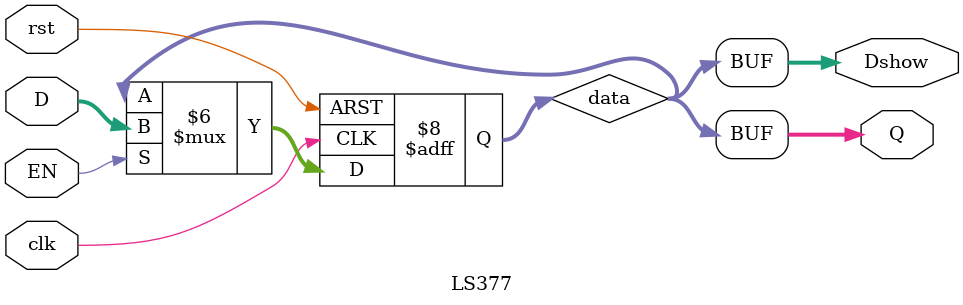
<source format=v>
`timescale 1ns / 1ps

module LS377(
    input wire clk,
    input wire EN,
    input wire rst,
    input wire [7:0] D,
    output wire [7:0] Q,
    output wire  [7:0] Dshow
    );
    
reg [7:0] data=8'b0000_0000;

assign Q = data;
assign Dshow=data;     
always @ (posedge clk or negedge rst) begin
    if(rst == 0)
        data = 8'b0000_0000;
    else if(EN == 1) 
        data = D;
end
endmodule

</source>
